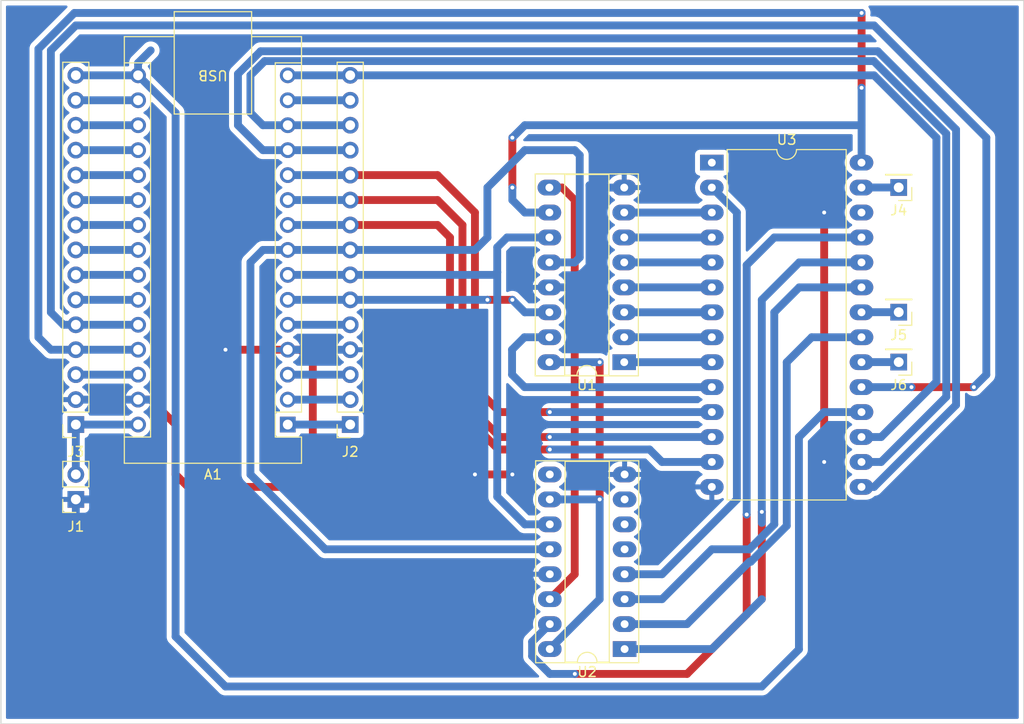
<source format=kicad_pcb>
(kicad_pcb (version 20211014) (generator pcbnew)
  (layers (0 "F.Cu" signal) (31 "B.Cu" signal) (34 "B.Paste" user) (35 "F.Paste" user) (36 "B.SilkS" user "B.Silkscreen") (37 "F.SilkS" user "F.Silkscreen") (38 "B.Mask" user) (39 "F.Mask" user) (44 "Edge.Cuts" user))
  (net 0 "")
  (net 1 "D1")
  (net 2 "D0")
  (net 3 "R3")
  (net 4 "GND")
  (net 5 "D2")
  (net 6 "D3")
  (net 7 "SRCLK")
  (net 8 "RCLK")
  (net 9 "E_D0")
  (net 10 "E_D1")
  (net 11 "E_D2")
  (net 12 "E_D3")
  (net 13 "E_D4")
  (net 14 "ARD_AUDIO_OUT")
  (net 15 "E_D5")
  (net 16 "E_D6")
  (net 17 "+3V3")
  (net 18 "AREF")
  (net 19 "A0")
  (net 20 "A1")
  (net 21 "A2")
  (net 22 "A3")
  (net 23 "~{WE}")
  (net 24 "~{OE}")
  (net 25 "~{CS}")
  (net 26 "E_D7")
  (net 27 "+5V")
  (net 28 "R28")
  (net 29 "VCC")
  (net 30 "E_A1")
  (net 31 "E_A2")
  (net 32 "E_A3")
  (net 33 "E_A4")
  (net 34 "E_A5")
  (net 35 "E_A6")
  (net 36 "E_A7")
  (net 37 "Net-(U1-Pad9)")
  (net 38 "E_A0")
  (net 39 "E_A9")
  (net 40 "E_A10")
  (net 41 "E_A11")
  (net 42 "E_A12")
  (net 47 "E_A8")
  (net 50 "Net-(U3-Pad27)")
  (net 51 "Net-(U3-Pad22)")
  (net 52 "Net-(U3-Pad20)")
  (footprint "Connector_PinHeader_2.54mm:PinHeader_1x01_P2.54mm_Vertical" (layer "F.Cu") (at 172.69 83.81 180)
    (fp_text reference "J5" (at 0 -2.33) (layer "F.SilkS"))
    (fp_text value "Conn_01x01_Female")
    (fp_line (start -1.33 1.27) (end 1.33 1.27) (layer "F.SilkS") (width 0.12))
    (fp_line (start 1.33 1.27) (end 1.33 1.33) (layer "F.SilkS") (width 0.12))
    (fp_line (start -1.33 1.27) (end -1.33 1.33) (layer "F.SilkS") (width 0.12))
    (fp_line (start -1.33 0) (end -1.33 -1.33) (layer "F.SilkS") (width 0.12))
    (fp_line (start -1.33 -1.33) (end 0 -1.33) (layer "F.SilkS") (width 0.12))
    (fp_line (start -1.33 1.33) (end 1.33 1.33) (layer "F.SilkS") (width 0.12))
    (pad "1" thru_hole rect (at 0 0 180) (size 1.7 1.7) (drill 1) (layers *.Cu *.Mask) (net 51 "Net-(U3-Pad22)"))
  )
  (footprint "Connector_PinHeader_2.54mm:PinHeader_1x01_P2.54mm_Vertical" (layer "F.Cu") (at 172.69 88.89 180)
    (fp_text reference "J6" (at 0 -2.33) (layer "F.SilkS"))
    (fp_text value "Conn_01x01_Female")
    (fp_line (start -1.33 1.27) (end 1.33 1.27) (layer "F.SilkS") (width 0.12))
    (fp_line (start -1.33 -1.33) (end 0 -1.33) (layer "F.SilkS") (width 0.12))
    (fp_line (start -1.33 1.33) (end 1.33 1.33) (layer "F.SilkS") (width 0.12))
    (fp_line (start 1.33 1.27) (end 1.33 1.33) (layer "F.SilkS") (width 0.12))
    (fp_line (start -1.33 1.27) (end -1.33 1.33) (layer "F.SilkS") (width 0.12))
    (fp_line (start -1.33 0) (end -1.33 -1.33) (layer "F.SilkS") (width 0.12))
    (pad "1" thru_hole rect (at 0 0 180) (size 1.7 1.7) (drill 1) (layers *.Cu *.Mask) (net 52 "Net-(U3-Pad20)"))
  )
  (footprint "Connector_PinSocket_2.54mm:PinSocket_1x15_P2.54mm_Vertical" (layer "F.Cu") (at 88.9 95.25 180)
    (fp_text reference "J3" (at 0 -2.77) (layer "F.SilkS"))
    (fp_text value "Conn_01x15_Female")
    (fp_line (start 1.33 -1.33) (end 1.33 0) (layer "F.SilkS") (width 0.12))
    (fp_line (start 1.33 1.27) (end 1.33 36.89) (layer "F.SilkS") (width 0.12))
    (fp_line (start 0 -1.33) (end 1.33 -1.33) (layer "F.SilkS") (width 0.12))
    (fp_line (start -1.33 36.89) (end 1.33 36.89) (layer "F.SilkS") (width 0.12))
    (fp_line (start -1.33 1.27) (end 1.33 1.27) (layer "F.SilkS") (width 0.12))
    (fp_line (start -1.33 1.27) (end -1.33 36.89) (layer "F.SilkS") (width 0.12))
    (pad "1" thru_hole rect (at 0 0 180) (size 1.7 1.7) (drill 1) (layers *.Cu *.Mask) (net 29 "VCC"))
    (pad "2" thru_hole oval (at 0 2.54 180) (size 1.7 1.7) (drill 1) (layers *.Cu *.Mask) (net 4 "GND"))
    (pad "3" thru_hole oval (at 0 5.08 180) (size 1.7 1.7) (drill 1) (layers *.Cu *.Mask) (net 28 "R28"))
    (pad "4" thru_hole oval (at 0 7.62 180) (size 1.7 1.7) (drill 1) (layers *.Cu *.Mask) (net 27 "+5V"))
    (pad "5" thru_hole oval (at 0 10.16 180) (size 1.7 1.7) (drill 1) (layers *.Cu *.Mask) (net 26 "E_D7"))
    (pad "6" thru_hole oval (at 0 12.7 180) (size 1.7 1.7) (drill 1) (layers *.Cu *.Mask) (net 25 "~{CS}"))
    (pad "7" thru_hole oval (at 0 15.24 180) (size 1.7 1.7) (drill 1) (layers *.Cu *.Mask) (net 24 "~{OE}"))
    (pad "8" thru_hole oval (at 0 17.78 180) (size 1.7 1.7) (drill 1) (layers *.Cu *.Mask) (net 23 "~{WE}"))
    (pad "9" thru_hole oval (at 0 20.32 180) (size 1.7 1.7) (drill 1) (layers *.Cu *.Mask) (net 22 "A3"))
    (pad "10" thru_hole oval (at 0 22.86 180) (size 1.7 1.7) (drill 1) (layers *.Cu *.Mask) (net 21 "A2"))
    (pad "11" thru_hole oval (at 0 25.4 180) (size 1.7 1.7) (drill 1) (layers *.Cu *.Mask) (net 20 "A1"))
    (pad "12" thru_hole oval (at 0 27.94 180) (size 1.7 1.7) (drill 1) (layers *.Cu *.Mask) (net 19 "A0"))
    (pad "13" thru_hole oval (at 0 30.48 180) (size 1.7 1.7) (drill 1) (layers *.Cu *.Mask) (net 18 "AREF"))
    (pad "14" thru_hole oval (at 0 33.02 180) (size 1.7 1.7) (drill 1) (layers *.Cu *.Mask) (net 17 "+3V3"))
    (pad "15" thru_hole oval (at 0 35.56 180) (size 1.7 1.7) (drill 1) (layers *.Cu *.Mask) (net 16 "E_D6"))
  )
  (footprint "Connector_PinHeader_2.54mm:PinHeader_1x01_P2.54mm_Vertical" (layer "F.Cu") (at 172.69 71.11 180)
    (fp_text reference "J4" (at 0 -2.33) (layer "F.SilkS"))
    (fp_text value "Conn_01x01_Female")
    (fp_line (start -1.33 1.33) (end 1.33 1.33) (layer "F.SilkS") (width 0.12))
    (fp_line (start -1.33 -1.33) (end 0 -1.33) (layer "F.SilkS") (width 0.12))
    (fp_line (start -1.33 1.27) (end 1.33 1.27) (layer "F.SilkS") (width 0.12))
    (fp_line (start 1.33 1.27) (end 1.33 1.33) (layer "F.SilkS") (width 0.12))
    (fp_line (start -1.33 1.27) (end -1.33 1.33) (layer "F.SilkS") (width 0.12))
    (fp_line (start -1.33 0) (end -1.33 -1.33) (layer "F.SilkS") (width 0.12))
    (pad "1" thru_hole rect (at 0 0 180) (size 1.7 1.7) (drill 1) (layers *.Cu *.Mask) (net 50 "Net-(U3-Pad27)"))
  )
  (footprint "Module:Arduino_Nano" (layer "F.Cu") (at 110.48 95.25 180)
    (fp_text reference "A1" (at 7.62 -5.08) (layer "F.SilkS"))
    (fp_text value "Arduino_Nano_v3.x")
    (fp_text user "USB" (at 7.62 35.56 180 unlocked) (layer "F.SilkS"))
    (fp_line (start -1.4 1.27) (end -1.4 39.5) (layer "F.SilkS") (width 0.12))
    (fp_line (start 1.27 -1.27) (end -1.4 -1.27) (layer "F.SilkS") (width 0.12))
    (fp_line (start 1.27 1.27) (end 1.27 -1.27) (layer "F.SilkS") (width 0.12))
    (fp_line (start 13.97 36.83) (end 16.64 36.83) (layer "F.SilkS") (width 0.12))
    (fp_line (start 16.64 39.5) (end 16.64 -3.94) (layer "F.SilkS") (width 0.12))
    (fp_line (start 16.64 -3.94) (end -1.4 -3.94) (layer "F.SilkS") (width 0.12))
    (fp_line (start 1.27 1.27) (end 1.27 36.83) (layer "F.SilkS") (width 0.12))
    (fp_line (start -1.4 -3.94) (end -1.4 -1.27) (layer "F.SilkS") (width 0.12))
    (fp_line (start 13.97 -1.27) (end 16.64 -1.27) (layer "F.SilkS") (width 0.12))
    (fp_line (start -1.4 39.5) (end 3.68 39.5) (layer "F.SilkS") (width 0.12))
    (fp_line (start 11.56 31.62) (end 11.56 42.04) (layer "F.SilkS") (width 0.12))
    (fp_line (start 3.68 42.04) (end 3.68 31.62) (layer "F.SilkS") (width 0.12))
    (fp_line (start 13.97 -1.27) (end 13.97 36.83) (layer "F.SilkS") (width 0.12))
    (fp_line (start 3.68 31.62) (end 11.56 31.62) (layer "F.SilkS") (width 0.12))
    (fp_line (start 1.27 36.83) (end -1.4 36.83) (layer "F.SilkS") (width 0.12))
    (fp_line (start 16.64 39.5) (end 11.56 39.5) (layer "F.SilkS") (width 0.12))
    (fp_line (start 1.27 1.27) (end -1.4 1.27) (layer "F.SilkS") (width 0.12))
    (fp_line (start 11.56 42.04) (end 3.68 42.04) (layer "F.SilkS") (width 0.12))
    (pad "1" thru_hole rect (at 0 0 180) (size 1.6 1.6) (drill 1) (layers *.Cu *.Mask) (net 1 "D1"))
    (pad "2" thru_hole oval (at 0 2.54 180) (size 1.6 1.6) (drill 1) (layers *.Cu *.Mask) (net 2 "D0"))
    (pad "3" thru_hole oval (at 0 5.08 180) (size 1.6 1.6) (drill 1) (layers *.Cu *.Mask) (net 3 "R3"))
    (pad "4" thru_hole oval (at 0 7.62 180) (size 1.6 1.6) (drill 1) (layers *.Cu *.Mask) (net 4 "GND"))
    (pad "5" thru_hole oval (at 0 10.16 180) (size 1.6 1.6) (drill 1) (layers *.Cu *.Mask) (net 5 "D2"))
    (pad "6" thru_hole oval (at 0 12.7 180) (size 1.6 1.6) (drill 1) (layers *.Cu *.Mask) (net 6 "D3"))
    (pad "7" thru_hole oval (at 0 15.24 180) (size 1.6 1.6) (drill 1) (layers *.Cu *.Mask) (net 7 "SRCLK"))
    (pad "8" thru_hole oval (at 0 17.78 180) (size 1.6 1.6) (drill 1) (layers *.Cu *.Mask) (net 8 "RCLK"))
    (pad "9" thru_hole oval (at 0 20.32 180) (size 1.6 1.6) (drill 1) (layers *.Cu *.Mask) (net 11 "E_D2"))
    (pad "10" thru_hole oval (at 0 22.86 180) (size 1.6 1.6) (drill 1) (layers *.Cu *.Mask) (net 10 "E_D1"))
    (pad "11" thru_hole oval (at 0 25.4 180) (size 1.6 1.6) (drill 1) (layers *.Cu *.Mask) (net 9 "E_D0"))
    (pad "12" thru_hole oval (at 0 27.94 180) (size 1.6 1.6) (drill 1) (layers *.Cu *.Mask) (net 12 "E_D3"))
    (pad "13" thru_hole oval (at 0 30.48 180) (size 1.6 1.6) (drill 1) (layers *.Cu *.Mask) (net 13 "E_D4"))
    (pad "14" thru_hole oval (at 0 33.02 180) (size 1.6 1.6) (drill 1) (layers *.Cu *.Mask) (net 14 "ARD_AUDIO_OUT"))
    (pad "15" thru_hole oval (at 0 35.56 180) (size 1.6 1.6) (drill 1) (layers *.Cu *.Mask) (net 15 "E_D5"))
    (pad "16" thru_hole oval (at 15.24 35.56 180) (size 1.6 1.6) (drill 1) (layers *.Cu *.Mask) (net 16 "E_D6"))
    (pad "17" thru_hole oval (at 15.24 33.02 180) (size 1.6 1.6) (drill 1) (layers *.Cu *.Mask) (net 17 "+3V3"))
    (pad "18" thru_hole oval (at 15.24 30.48 180) (size 1.6 1.6) (drill 1) (layers *.Cu *.Mask) (net 18 "AREF"))
    (pad "19" thru_hole oval (at 15.24 27.94 180) (size 1.6 1.6) (drill 1) (layers *.Cu *.Mask) (net 19 "A0"))
    (pad "20" thru_hole oval (at 15.24 25.4 180) (size 1.6 1.6) (drill 1) (layers *.Cu *.Mask) (net 20 "A1"))
    (pad "21" thru_hole oval (at 15.24 22.86 180) (size 1.6 1.6) (drill 1) (layers *.Cu *.Mask) (net 21 "A2"))
    (pad "22" thru_hole oval (at 15.24 20.32 180) (size 1.6 1.6) (drill 1) (layers *.Cu *.Mask) (net 22 "A3"))
    (pad "23" thru_hole oval (at 15.24 17.78 180) (size 1.6 1.6) (drill 1) (layers *.Cu *.Mask) (net 23 "~{WE}"))
    (pad "24" thru_hole oval (at 15.24 15.24 180) (size 1.6 1.6) (drill 1) (layers *.Cu *.Mask) (net 24 "~{OE}"))
    (pad "25" thru_hole oval (at 15.24 12.7 180) (size 1.6 1.6) (drill 1) (layers *.Cu *.Mask) (net 25 "~{CS}"))
    (pad "26" thru_hole oval (at 15.24 10.16 180) (size 1.6 1.6) (drill 1) (layers *.Cu *.Mask) (net 26 "E_D7"))
    (pad "27" thru_hole oval (at 15.24 7.62 180) (size 1.6 1.6) (drill 1) (layers *.Cu *.Mask) (net 27 "+5V"))
    (pad "28" thru_hole oval (at 15.24 5.08 180) (size 1.6 1.6) (drill 1) (layers *.Cu *.Mask) (net 28 "R28"))
    (pad "29" thru_hole oval (at 15.24 2.54 180) (size 1.6 1.6) (drill 1) (layers *.Cu *.Mask) (net 4 "GND"))
    (pad "30" thru_hole oval (at 15.24 0 180) (size 1.6 1.6) (drill 1) (layers *.Cu *.Mask) (net 29 "VCC"))
  )
  (footprint "Package_DIP:DIP-16_W7.62mm_Socket_LongPads" (layer "F.Cu") (at 144.78 118.11 180)
    (fp_text reference "U2" (at 3.81 -2.33) (layer "F.SilkS"))
    (fp_text value "74HC595")
    (fp_line (start -1.44 -1.39) (end -1.44 19.17) (layer "F.SilkS") (width 0.12))
    (fp_line (start 1.56 -1.33) (end 1.56 19.11) (layer "F.SilkS") (width 0.12))
    (fp_line (start 2.81 -1.33) (end 1.56 -1.33) (layer "F.SilkS") (width 0.12))
    (fp_line (start 1.56 19.11) (end 6.06 19.11) (layer "F.SilkS") (width 0.12))
    (fp_line (start -1.44 19.17) (end 9.06 19.17) (layer "F.SilkS") (width 0.12))
    (fp_line (start 6.06 -1.33) (end 4.81 -1.33) (layer "F.SilkS") (width 0.12))
    (fp_line (start 9.06 -1.39) (end -1.44 -1.39) (layer "F.SilkS") (width 0.12))
    (fp_line (start 6.06 19.11) (end 6.06 -1.33) (layer "F.SilkS") (width 0.12))
    (fp_line (start 9.06 19.17) (end 9.06 -1.39) (layer "F.SilkS") (width 0.12))
    (fp_arc (start 4.81 -1.33) (mid 3.81 -0.33) (end 2.81 -1.33) (layer "F.SilkS") (width 0.12))
    (pad "1" thru_hole rect (at 0 0 180) (size 2.4 1.6) (drill 0.8) (layers *.Cu *.Mask) (net 39 "E_A9"))
    (pad "2" thru_hole oval (at 0 2.54 180) (size 2.4 1.6) (drill 0.8) (layers *.Cu *.Mask) (net 40 "E_A10"))
    (pad "3" thru_hole oval (at 0 5.08 180) (size 2.4 1.6) (drill 0.8) (layers *.Cu *.Mask) (net 41 "E_A11"))
    (pad "4" thru_hole oval (at 0 7.62 180) (size 2.4 1.6) (drill 0.8) (layers *.Cu *.Mask) (net 42 "E_A12"))
    (pad "5" thru_hole oval (at 0 10.16 180) (size 2.4 1.6) (drill 0.8) (layers *.Cu *.Mask))
    (pad "6" thru_hole oval (at 0 12.7 180) (size 2.4 1.6) (drill 0.8) (layers *.Cu *.Mask))
    (pad "7" thru_hole oval (at 0 15.24 180) (size 2.4 1.6) (drill 0.8) (layers *.Cu *.Mask))
    (pad "8" thru_hole oval (at 0 17.78 180) (size 2.4 1.6) (drill 0.8) (layers *.Cu *.Mask) (net 4 "GND"))
    (pad "9" thru_hole oval (at 7.62 17.78 180) (size 2.4 1.6) (drill 0.8) (layers *.Cu *.Mask))
    (pad "10" thru_hole oval (at 7.62 15.24 180) (size 2.4 1.6) (drill 0.8) (layers *.Cu *.Mask) (net 27 "+5V"))
    (pad "11" thru_hole oval (at 7.62 12.7 180) (size 2.4 1.6) (drill 0.8) (layers *.Cu *.Mask) (net 7 "SRCLK"))
    (pad "12" thru_hole oval (at 7.62 10.16 180) (size 2.4 1.6) (drill 0.8) (layers *.Cu *.Mask) (net 8 "RCLK"))
    (pad "13" thru_hole oval (at 7.62 7.62 180) (size 2.4 1.6) (drill 0.8) (layers *.Cu *.Mask) (net 4 "GND"))
    (pad "14" thru_hole oval (at 7.62 5.08 180) (size 2.4 1.6) (drill 0.8) (layers *.Cu *.Mask) (net 37 "Net-(U1-Pad9)"))
    (pad "15" thru_hole oval (at 7.62 2.54 180) (size 2.4 1.6) (drill 0.8) (layers *.Cu *.Mask) (net 47 "E_A8"))
    (pad "16" thru_hole oval (at 7.62 0 180) (size 2.4 1.6) (drill 0.8) (layers *.Cu *.Mask) (net 27 "+5V"))
  )
  (footprint "Connector_PinSocket_2.54mm:PinSocket_1x15_P2.54mm_Vertical" (layer "F.Cu") (at 116.84 95.25 180)
    (fp_text reference "J2" (at 0 -2.77) (layer "F.SilkS"))
    (fp_text value "Conn_01x15_Female")
    (fp_line (start 1.33 -1.33) (end 1.33 0) (layer "F.SilkS") (width 0.12))
    (fp_line (start -1.33 1.27) (end 1.33 1.27) (layer "F.SilkS") (width 0.12))
    (fp_line (start -1.33 36.89) (end 1.33 36.89) (layer "F.SilkS") (width 0.12))
    (fp_line (start 0 -1.33) (end 1.33 -1.33) (layer "F.SilkS") (width 0.12))
    (fp_line (start 1.33 1.27) (end 1.33 36.89) (layer "F.SilkS") (width 0.12))
    (fp_line (start -1.33 1.27) (end -1.33 36.89) (layer "F.SilkS") (width 0.12))
    (pad "1" thru_hole rect (at 0 0 180) (size 1.7 1.7) (drill 1) (layers *.Cu *.Mask) (net 1 "D1"))
    (pad "2" thru_hole oval (at 0 2.54 180) (size 1.7 1.7) (drill 1) (layers *.Cu *.Mask) (net 2 "D0"))
    (pad "3" thru_hole oval (at 0 5.08 180) (size 1.7 1.7) (drill 1) (layers *.Cu *.Mask) (net 3 "R3"))
    (pad "4" thru_hole oval (at 0 7.62 180) (size 1.7 1.7) (drill 1) (layers *.Cu *.Mask) (net 4 "GND"))
    (pad "5" thru_hole oval (at 0 10.16 180) (size 1.7 1.7) (drill 1) (layers *.Cu *.Mask) (net 5 "D2"))
    (pad "6" thru_hole oval (at 0 12.7 180) (size 1.7 1.7) (drill 1) (layers *.Cu *.Mask) (net 6 "D3"))
    (pad "7" thru_hole oval (at 0 15.24 180) (size 1.7 1.7) (drill 1) (layers *.Cu *.Mask) (net 7 "SRCLK"))
    (pad "8" thru_hole oval (at 0 17.78 180) (size 1.7 1.7) (drill 1) (layers *.Cu *.Mask) (net 8 "RCLK"))
    (pad "9" thru_hole oval (at 0 20.32 180) (size 1.7 1.7) (drill 1) (layers *.Cu *.Mask) (net 11 "E_D2"))
    (pad "10" thru_hole oval (at 0 22.86 180) (size 1.7 1.7) (drill 1) (layers *.Cu *.Mask) (net 10 "E_D1"))
    (pad "11" thru_hole oval (at 0 25.4 180) (size 1.7 1.7) (drill 1) (layers *.Cu *.Mask) (net 9 "E_D0"))
    (pad "12" thru_hole oval (at 0 27.94 180) (size 1.7 1.7) (drill 1) (layers *.Cu *.Mask) (net 12 "E_D3"))
    (pad "13" thru_hole oval (at 0 30.48 180) (size 1.7 1.7) (drill 1) (layers *.Cu *.Mask) (net 13 "E_D4"))
    (pad "14" thru_hole oval (at 0 33.02 180) (size 1.7 1.7) (drill 1) (layers *.Cu *.Mask) (net 14 "ARD_AUDIO_OUT"))
    (pad "15" thru_hole oval (at 0 35.56 180) (size 1.7 1.7) (drill 1) (layers *.Cu *.Mask) (net 15 "E_D5"))
  )
  (footprint "Connector_PinSocket_2.54mm:PinSocket_1x02_P2.54mm_Vertical" (layer "F.Cu") (at 88.9 102.87 180)
    (fp_text reference "J1" (at 0 -2.77) (layer "F.SilkS"))
    (fp_text value "Conn_01x02_Female" hide)
    (fp_line (start -1.33 3.87) (end 1.33 3.87) (layer "F.SilkS") (width 0.12))
    (fp_line (start 1.33 1.27) (end 1.33 3.87) (layer "F.SilkS") (width 0.12))
    (fp_line (start 0 -1.33) (end 1.33 -1.33) (layer "F.SilkS") (width 0.12))
    (fp_line (start -1.33 1.27) (end 1.33 1.27) (layer "F.SilkS") (width 0.12))
    (fp_line (start 1.33 -1.33) (end 1.33 0) (layer "F.SilkS") (width 0.12))
    (fp_line (start -1.33 1.27) (end -1.33 3.87) (layer "F.SilkS") (width 0.12))
    (pad "1" thru_hole rect (at 0 0 180) (size 1.7 1.7) (drill 1) (layers *.Cu *.Mask) (net 4 "GND"))
    (pad "2" thru_hole oval (at 0 2.54 180) (size 1.7 1.7) (drill 1) (layers *.Cu *.Mask) (net 29 "VCC"))
  )
  (footprint "Package_DIP:DIP-16_W7.62mm_Socket_LongPads" (layer "F.Cu") (at 144.74 88.9 180)
    (fp_text reference "U1" (at 3.81 -2.33) (layer "F.SilkS"))
    (fp_text value "74HC595")
    (fp_line (start -1.44 19.17) (end 9.06 19.17) (layer "F.SilkS") (width 0.12))
    (fp_line (start -1.44 -1.39) (end -1.44 19.17) (layer "F.SilkS") (width 0.12))
    (fp_line (start 9.06 19.17) (end 9.06 -1.39) (layer "F.SilkS") (width 0.12))
    (fp_line (start 9.06 -1.39) (end -1.44 -1.39) (layer "F.SilkS") (width 0.12))
    (fp_line (start 2.81 -1.33) (end 1.56 -1.33) (layer "F.SilkS") (width 0.12))
    (fp_line (start 6.06 19.11) (end 6.06 -1.33) (layer "F.SilkS") (width 0.12))
    (fp_line (start 6.06 -1.33) (end 4.81 -1.33) (layer "F.SilkS") (width 0.12))
    (fp_line (start 1.56 19.11) (end 6.06 19.11) (layer "F.SilkS") (width 0.12))
    (fp_line (start 1.56 -1.33) (end 1.56 19.11) (layer "F.SilkS") (width 0.12))
    (fp_arc (start 4.81 -1.33) (mid 3.81 -0.33) (end 2.81 -1.33) (layer "F.SilkS") (width 0.12))
    (pad "1" thru_hole rect (at 0 0 180) (size 2.4 1.6) (drill 0.8) (layers *.Cu *.Mask) (net 30 "E_A1"))
    (pad "2" thru_hole oval (at 0 2.54 180) (size 2.4 1.6) (drill 0.8) (layers *.Cu *.Mask) (net 31 "E_A2"))
    (pad "3" thru_hole oval (at 0 5.08 180) (size 2.4 1.6) (drill 0.8) (layers *.Cu *.Mask) (net 32 "E_A3"))
    (pad "4" thru_hole oval (at 0 7.62 180) (size 2.4 1.6) (drill 0.8) (layers *.Cu *.Mask) (net 33 "E_A4"))
    (pad "5" thru_hole oval (at 0 10.16 180) (size 2.4 1.6) (drill 0.8) (layers *.Cu *.Mask) (net 34 "E_A5"))
    (pad "6" thru_hole oval (at 0 12.7 180) (size 2.4 1.6) (drill 0.8) (layers *.Cu *.Mask) (net 35 "E_A6"))
    (pad "7" thru_hole oval (at 0 15.24 180) (size 2.4 1.6) (drill 0.8) (layers *.Cu *.Mask) (net 36 "E_A7"))
    (pad "8" thru_hole oval (at 0 17.78 180) (size 2.4 1.6) (drill 0.8) (layers *.Cu *.Mask) (net 4 "GND"))
    (pad "9" thru_hole oval (at 7.62 17.78 180) (size 2.4 1.6) (drill 0.8) (layers *.Cu *.Mask) (net 37 "Net-(U1-Pad9)"))
    (pad "10" thru_hole oval (at 7.62 15.24 180) (size 2.4 1.6) (drill 0.8) (layers *.Cu *.Mask) (net 27 "+5V"))
    (pad "11" thru_hole oval (at 7.62 12.7 180) (size 2.4 1.6) (drill 0.8) (layers *.Cu *.Mask) (net 7 "SRCLK"))
    (pad "12" thru_hole oval (at 7.62 10.16 180) (size 2.4 1.6) (drill 0.8) (layers *.Cu *.Mask) (net 8 "RCLK"))
    (pad "13" thru_hole oval (at 7.62 7.62 180) (size 2.4 1.6) (drill 0.8) (layers *.Cu *.Mask) (net 4 "GND"))
    (pad "14" thru_hole oval (at 7.62 5.08 180) (size 2.4 1.6) (drill 0.8) (layers *.Cu *.Mask) (net 6 "D3"))
    (pad "15" thru_hole oval (at 7.62 2.54 180) (size 2.4 1.6) (drill 0.8) (layers *.Cu *.Mask) (net 38 "E_A0"))
    (pad "16" thru_hole oval (at 7.62 0 180) (size 2.4 1.6) (drill 0.8) (layers *.Cu *.Mask) (net 27 "+5V"))
  )
  (footprint "Package_DIP:DIP-28_W15.24mm_LongPads" (layer "F.Cu") (at 153.66 68.58)
    (fp_text reference "U3" (at 7.62 -2.33) (layer "F.SilkS"))
    (fp_text value "28C64")
    (fp_line (start 6.62 -1.33) (end 1.56 -1.33) (layer "F.SilkS") (width 0.12))
    (fp_line (start 13.68 -1.33) (end 8.62 -1.33) (layer "F.SilkS") (width 0.12))
    (fp_line (start 1.56 -1.33) (end 1.56 34.35) (layer "F.SilkS") (width 0.12))
    (fp_line (start 1.56 34.35) (end 13.68 34.35) (layer "F.SilkS") (width 0.12))
    (fp_line (start 13.68 34.35) (end 13.68 -1.33) (layer "F.SilkS") (width 0.12))
    (fp_arc (start 8.62 -1.33) (mid 7.62 -0.33) (end 6.62 -1.33) (layer "F.SilkS") (width 0.12))
    (pad "1" thru_hole rect (at 0 0) (size 2.4 1.6) (drill 0.8) (layers *.Cu *.Mask))
    (pad "2" thru_hole oval (at 0 2.54) (size 2.4 1.6) (drill 0.8) (layers *.Cu *.Mask) (net 42 "E_A12"))
    (pad "3" thru_hole oval (at 0 5.08) (size 2.4 1.6) (drill 0.8) (layers *.Cu *.Mask) (net 36 "E_A7"))
    (pad "4" thru_hole oval (at 0 7.62) (size 2.4 1.6) (drill 0.8) (layers *.Cu *.Mask) (net 35 "E_A6"))
    (pad "5" thru_hole oval (at 0 10.16) (size 2.4 1.6) (drill 0.8) (layers *.Cu *.Mask) (net 34 "E_A5"))
    (pad "6" thru_hole oval (at 0 12.7) (size 2.4 1.6) (drill 0.8) (layers *.Cu *.Mask) (net 33 "E_A4"))
    (pad "7" thru_hole oval (at 0 15.24) (size 2.4 1.6) (drill 0.8) (layers *.Cu *.Mask) (net 32 "E_A3"))
    (pad "8" thru_hole oval (at 0 17.78) (size 2.4 1.6) (drill 0.8) (layers *.Cu *.Mask) (net 31 "E_A2"))
    (pad "9" thru_hole oval (at 0 20.32) (size 2.4 1.6) (drill 0.8) (layers *.Cu *.Mask) (net 30 "E_A1"))
    (pad "10" thru_hole oval (at 0 22.86) (size 2.4 1.6) (drill 0.8) (layers *.Cu *.Mask) (net 38 "E_A0"))
    (pad "11" thru_hole oval (at 0 25.4) (size 2.4 1.6) (drill 0.8) (layers *.Cu *.Mask) (net 9 "E_D0"))
    (pad "12" thru_hole oval (at 0 27.94) (size 2.4 1.6) (drill 0.8) (layers *.Cu *.Mask) (net 10 "E_D1"))
    (pad "13" thru_hole oval (at 0 30.48) (size 2.4 1.6) (drill 0.8) (layers *.Cu *.Mask) (net 11 "E_D2"))
    (pad "14" thru_hole oval (at 0 33.02) (size 2.4 1.6) (drill 0.8) (layers *.Cu *.Mask) (net 4 "GND"))
    (pad "15" thru_hole oval (at 15.24 33.02) (size 2.4 1.6) (drill 0.8) (layers *.Cu *.Mask) (net 12 "E_D3"))
    (pad "16" thru_hole oval (at 15.24 30.48) (size 2.4 1.6) (drill 0.8) (layers *.Cu *.Mask) (net 13 "E_D4"))
    (pad "17" thru_hole oval (at 15.24 27.94) (size 2.4 1.6) (drill 0.8) (layers *.Cu *.Mask) (net 15 "E_D5"))
    (pad "18" thru_hole oval (at 15.24 25.4) (size 2.4 1.6) (drill 0.8) (layers *.Cu *.Mask) (net 16 "E_D6"))
    (pad "19" thru_hole oval (at 15.24 22.86) (size 2.4 1.6) (drill 0.8) (layers *.Cu *.Mask) (net 26 "E_D7"))
    (pad "20" thru_hole oval (at 15.24 20.32) (size 2.4 1.6) (drill 0.8) (layers *.Cu *.Mask) (net 52 "Net-(U3-Pad20)"))
    (pad "21" thru_hole oval (at 15.24 17.78) (size 2.4 1.6) (drill 0.8) (layers *.Cu *.Mask) (net 40 "E_A10"))
    (pad "22" thru_hole oval (at 15.24 15.24) (size 2.4 1.6) (drill 0.8) (layers *.Cu *.Mask) (net 51 "Net-(U3-Pad22)"))
    (pad "23" thru_hole oval (at 15.24 12.7) (size 2.4 1.6) (drill 0.8) (layers *.Cu *.Mask) (net 41 "E_A11"))
    (pad "24" thru_hole oval (at 15.24 10.16) (size 2.4 1.6) (drill 0.8) (layers *.Cu *.Mask) (net 39 "E_A9"))
    (pad "25" thru_hole oval (at 15.24 7.62) (size 2.4 1.6) (drill 0.8) (layers *.Cu *.Mask) (net 47 "E_A8"))
    (pad "26" thru_hole oval (at 15.24 5.08) (size 2.4 1.6) (drill 0.8) (layers *.Cu *.Mask))
    (pad "27" thru_hole oval (at 15.24 2.54) (size 2.4 1.6) (drill 0.8) (layers *.Cu *.Mask) (net 50 "Net-(U3-Pad27)"))
    (pad "28" thru_hole oval (at 15.24 0) (size 2.4 1.6) (drill 0.8) (layers *.Cu *.Mask) (net 27 "+5V"))
  )
  (gr_rect (start 81.28 52.07) (end 185.42 125.73) (layer "Edge.Cuts") (width 0.1) (fill none))
  (segment (start 110.48 95.25) (end 116.84 95.25) (width 0.8) (layer "B.Cu") (net 1))
  (segment (start 110.48 92.71) (end 116.84 92.71) (width 0.8) (layer "B.Cu") (net 2))
  (segment (start 110.48 90.17) (end 116.84 90.17) (width 0.8) (layer "B.Cu") (net 3))
  (segment (start 95.24 92.71) (end 96.52 92.71) (width 0.8) (layer "F.Cu") (net 4))
  (segment (start 129.54 100.33) (end 133.35 100.33) (width 0.8) (layer "F.Cu") (net 4))
  (segment (start 111.76 87.63) (end 110.48 87.63) (width 0.8) (layer "F.Cu") (net 4))
  (segment (start 99.06 95.25) (end 99.06 100.33) (width 0.8) (layer "F.Cu") (net 4))
  (segment (start 165.1 73.66) (end 165.1 99.06) (width 0.8) (layer "F.Cu") (net 4))
  (segment (start 100.33 101.6) (end 104.14 101.6) (width 0.8) (layer "F.Cu") (net 4))
  (segment (start 104.14 101.6) (end 110.49 101.6) (width 0.8) (layer "F.Cu") (net 4))
  (segment (start 113.03 99.06) (end 113.03 88.9) (width 0.8) (layer "F.Cu") (net 4))
  (segment (start 110.49 101.6) (end 113.03 99.06) (width 0.8) (layer "F.Cu") (net 4))
  (segment (start 96.52 92.71) (end 99.06 95.25) (width 0.8) (layer "F.Cu") (net 4))
  (segment (start 99.06 100.33) (end 100.33 101.6) (width 0.8) (layer "F.Cu") (net 4))
  (segment (start 110.48 87.63) (end 104.14 87.63) (width 0.8) (layer "F.Cu") (net 4))
  (segment (start 113.03 88.9) (end 111.76 87.63) (width 0.8) (layer "F.Cu") (net 4))
  (via (at 129.54 100.33) (size 0.8) (drill 0.4) (layers "F.Cu" "B.Cu") (net 4))
  (via (at 165.1 99.06) (size 0.8) (drill 0.4) (layers "F.Cu" "B.Cu") (net 4))
  (via (at 104.14 87.63) (size 0.8) (drill 0.4) (layers "F.Cu" "B.Cu") (net 4))
  (via (at 133.35 100.33) (size 0.8) (drill 0.4) (layers "F.Cu" "B.Cu") (net 4))
  (via (at 165.1 73.66) (size 0.8) (drill 0.4) (layers "F.Cu" "B.Cu") (net 4))
  (segment (start 88.9 92.71) (end 95.24 92.71) (width 0.8) (layer "B.Cu") (net 4))
  (segment (start 139.66 81.28) (end 137.12 81.28) (width 0.8) (layer "B.Cu") (net 4))
  (segment (start 141.449998 71.12) (end 141.209999 70.880001) (width 0.8) (layer "B.Cu") (net 4))
  (segment (start 141.21 79.73) (end 139.66 81.28) (width 0.8) (layer "B.Cu") (net 4))
  (segment (start 88.9 102.87) (end 88.9 104.14) (width 0.8) (layer "B.Cu") (net 4))
  (segment (start 95.24 92.71) (end 96.52 92.71) (width 0.8) (layer "B.Cu") (net 4))
  (segment (start 144.74 71.12) (end 141.449998 71.12) (width 0.8) (layer "B.Cu") (net 4))
  (segment (start 141.209999 70.880001) (end 141.21 79.73) (width 0.8) (layer "B.Cu") (net 4))
  (segment (start 93.98 102.87) (end 88.9 102.87) (width 0.8) (layer "B.Cu") (net 4))
  (segment (start 110.48 87.63) (end 116.84 87.63) (width 0.8) (layer "B.Cu") (net 4))
  (segment (start 97.79 93.98) (end 97.79 99.06) (width 0.8) (layer "B.Cu") (net 4))
  (segment (start 97.79 99.06) (end 93.98 102.87) (width 0.8) (layer "B.Cu") (net 4))
  (segment (start 96.52 92.71) (end 97.79 93.98) (width 0.8) (layer "B.Cu") (net 4))
  (segment (start 110.48 85.09) (end 116.84 85.09) (width 0.8) (layer "B.Cu") (net 5))
  (segment (start 130.81 82.55) (end 133.35 82.55) (width 0.8) (layer "F.Cu") (net 6))
  (via (at 133.35 82.55) (size 0.8) (drill 0.4) (layers "F.Cu" "B.Cu") (net 6))
  (via (at 130.81 82.55) (size 0.8) (drill 0.4) (layers "F.Cu" "B.Cu") (net 6))
  (segment (start 134.62 83.82) (end 137.12 83.82) (width 0.8) (layer "B.Cu") (net 6))
  (segment (start 110.48 82.55) (end 116.84 82.55) (width 0.8) (layer "B.Cu") (net 6))
  (segment (start 116.84 82.55) (end 130.81 82.55) (width 0.8) (layer "B.Cu") (net 6))
  (segment (start 133.35 82.55) (end 134.62 83.82) (width 0.8) (layer "B.Cu") (net 6))
  (segment (start 131.81 79.74) (end 131.81 102.6) (width 0.8) (layer "B.Cu") (net 7))
  (segment (start 131.54 80.01) (end 131.81 79.74) (width 0.8) (layer "B.Cu") (net 7))
  (segment (start 137.12 76.2) (end 132.81 76.2) (width 0.8) (layer "B.Cu") (net 7))
  (segment (start 110.48 80.01) (end 116.84 80.01) (width 0.8) (layer "B.Cu") (net 7))
  (segment (start 137.16 105.41) (end 134.62 105.41) (width 0.8) (layer "B.Cu") (net 7))
  (segment (start 134.62 105.41) (end 132.08 102.87) (width 0.8) (layer "B.Cu") (net 7))
  (segment (start 131.81 102.6) (end 134.62 105.41) (width 0.8) (layer "B.Cu") (net 7))
  (segment (start 131.81 77.2) (end 131.81 79.74) (width 0.8) (layer "B.Cu") (net 7))
  (segment (start 132.81 76.2) (end 131.81 77.2) (width 0.8) (layer "B.Cu") (net 7))
  (segment (start 116.84 80.01) (end 131.54 80.01) (width 0.8) (layer "B.Cu") (net 7))
  (segment (start 140.21 78.23) (end 140.21 67.82) (width 0.8) (layer "B.Cu") (net 8))
  (segment (start 134.62 67.31) (end 130.81 71.12) (width 0.8) (layer "B.Cu") (net 8))
  (segment (start 116.84 77.47) (end 129.54 77.47) (width 0.8) (layer "B.Cu") (net 8))
  (segment (start 110.48 77.47) (end 116.84 77.47) (width 0.8) (layer "B.Cu") (net 8))
  (segment (start 139.7 67.31) (end 134.62 67.31) (width 0.8) (layer "B.Cu") (net 8))
  (segment (start 137.16 107.95) (end 114.3 107.95) (width 0.8) (layer "B.Cu") (net 8))
  (segment (start 130.81 71.12) (end 130.81 76.2) (width 0.8) (layer "B.Cu") (net 8))
  (segment (start 107.95 77.47) (end 110.48 77.47) (width 0.8) (layer "B.Cu") (net 8))
  (segment (start 137.12 78.74) (end 139.7 78.74) (width 0.8) (layer "B.Cu") (net 8))
  (segment (start 106.68 100.33) (end 106.68 78.74) (width 0.8) (layer "B.Cu") (net 8))
  (segment (start 129.54 77.47) (end 130.81 76.2) (width 0.8) (layer "B.Cu") (net 8))
  (segment (start 140.21 67.82) (end 139.7 67.31) (width 0.8) (layer "B.Cu") (net 8))
  (segment (start 106.68 78.74) (end 107.95 77.47) (width 0.8) (layer "B.Cu") (net 8))
  (segment (start 114.3 107.95) (end 106.68 100.33) (width 0.8) (layer "B.Cu") (net 8))
  (segment (start 139.7 78.74) (end 140.21 78.23) (width 0.8) (layer "B.Cu") (net 8))
  (segment (start 125.73 69.85) (end 116.84 69.85) (width 0.8) (layer "F.Cu") (net 9))
  (segment (start 129.54 73.66) (end 125.73 69.85) (width 0.8) (layer "F.Cu") (net 9))
  (segment (start 137.16 93.98) (end 132.08 93.98) (width 0.8) (layer "F.Cu") (net 9))
  (segment (start 129.54 91.44) (end 129.54 73.66) (width 0.8) (layer "F.Cu") (net 9))
  (segment (start 132.08 93.98) (end 129.54 91.44) (width 0.8) (layer "F.Cu") (net 9))
  (via (at 137.16 93.98) (size 0.8) (drill 0.4) (layers "F.Cu" "B.Cu") (net 9))
  (segment (start 153.66 93.98) (end 137.16 93.98) (width 0.8) (layer "B.Cu") (net 9))
  (segment (start 110.48 69.85) (end 116.84 69.85) (width 0.8) (layer "B.Cu") (net 9))
  (segment (start 116.84 72.39) (end 125.73 72.39) (width 0.8) (layer "F.Cu") (net 10))
  (segment (start 128.27 92.71) (end 132.08 96.52) (width 0.8) (layer "F.Cu") (net 10))
  (segment (start 125.73 72.39) (end 128.27 74.93) (width 0.8) (layer "F.Cu") (net 10))
  (segment (start 128.27 74.93) (end 128.27 92.71) (width 0.8) (layer "F.Cu") (net 10))
  (segment (start 132.08 96.52) (end 137.16 96.52) (width 0.8) (layer "F.Cu") (net 10))
  (via (at 137.16 96.52) (size 0.8) (drill 0.4) (layers "F.Cu" "B.Cu") (net 10))
  (segment (start 110.48 72.39) (end 116.84 72.39) (width 0.8) (layer "B.Cu") (net 10))
  (segment (start 153.66 96.52) (end 137.16 96.52) (width 0.8) (layer "B.Cu") (net 10))
  (segment (start 137.16 97.79) (end 131.935786 97.79) (width 0.8) (layer "F.Cu") (net 11))
  (segment (start 131.935786 97.79) (end 127 92.854214) (width 0.8) (layer "F.Cu") (net 11))
  (segment (start 127 76.2) (end 125.73 74.93) (width 0.8) (layer "F.Cu") (net 11))
  (segment (start 125.73 74.93) (end 116.84 74.93) (width 0.8) (layer "F.Cu") (net 11))
  (segment (start 127 92.854214) (end 127 76.2) (width 0.8) (layer "F.Cu") (net 11))
  (via (at 137.16 97.79) (size 0.8) (drill 0.4) (layers "F.Cu" "B.Cu") (net 11))
  (segment (start 153.66 99.06) (end 148.59 99.06) (width 0.8) (layer "B.Cu") (net 11))
  (segment (start 110.48 74.93) (end 116.84 74.93) (width 0.8) (layer "B.Cu") (net 11))
  (segment (start 147.32 97.79) (end 137.16 97.79) (width 0.8) (layer "B.Cu") (net 11))
  (segment (start 148.59 99.06) (end 147.32 97.79) (width 0.8) (layer "B.Cu") (net 11))
  (segment (start 170.18 101.6) (end 178.53 93.25) (width 0.8) (layer "B.Cu") (net 12))
  (segment (start 178.53 65.211572) (end 170.558428 57.24) (width 0.8) (layer "B.Cu") (net 12))
  (segment (start 170.558428 57.24) (end 107.715786 57.24) (width 0.8) (layer "B.Cu") (net 12))
  (segment (start 168.91 101.59) (end 168.9 101.6) (width 0.8) (layer "B.Cu") (net 12))
  (segment (start 107.95 67.31) (end 110.48 67.31) (width 0.8) (layer "B.Cu") (net 12))
  (segment (start 107.715786 57.24) (end 105.41 59.545786) (width 0.8) (layer "B.Cu") (net 12))
  (segment (start 105.41 59.545786) (end 105.41 64.77) (width 0.8) (layer "B.Cu") (net 12))
  (segment (start 168.9 101.6) (end 170.18 101.6) (width 0.8) (layer "B.Cu") (net 12))
  (segment (start 105.41 64.77) (end 107.95 67.31) (width 0.8) (layer "B.Cu") (net 12))
  (segment (start 110.48 67.31) (end 116.84 67.31) (width 0.8) (layer "B.Cu") (net 12))
  (segment (start 178.53 93.25) (end 178.53 65.211572) (width 0.8) (layer "B.Cu") (net 12))
  (segment (start 107.95 64.77) (end 110.48 64.77) (width 0.8) (layer "B.Cu") (net 13))
  (segment (start 170.9 99.06) (end 177.53 92.43) (width 0.8) (layer "B.Cu") (net 13))
  (segment (start 110.48 64.77) (end 116.84 64.77) (width 0.8) (layer "B.Cu") (net 13))
  (segment (start 177.53 92.43) (end 177.53 65.625786) (width 0.8) (layer "B.Cu") (net 13))
  (segment (start 177.53 65.625786) (end 170.144214 58.24) (width 0.8) (layer "B.Cu") (net 13))
  (segment (start 106.68 59.69) (end 106.68 63.5) (width 0.8) (layer "B.Cu") (net 13))
  (segment (start 106.68 63.5) (end 107.95 64.77) (width 0.8) (layer "B.Cu") (net 13))
  (segment (start 168.9 99.06) (end 170.9 99.06) (width 0.8) (layer "B.Cu") (net 13))
  (segment (start 170.144214 58.24) (end 108.13 58.24) (width 0.8) (layer "B.Cu") (net 13))
  (segment (start 108.13 58.24) (end 106.68 59.69) (width 0.8) (layer "B.Cu") (net 13))
  (segment (start 110.48 62.23) (end 116.84 62.23) (width 0.8) (layer "B.Cu") (net 14))
  (segment (start 168.9 96.52) (end 170.9 96.52) (width 0.8) (layer "B.Cu") (net 15))
  (segment (start 176.53 66.04) (end 170.18 59.69) (width 0.8) (layer "B.Cu") (net 15))
  (segment (start 110.48 59.69) (end 116.84 59.69) (width 0.8) (layer "B.Cu") (net 15))
  (segment (start 170.18 59.69) (end 116.84 59.69) (width 0.8) (layer "B.Cu") (net 15))
  (segment (start 176.53 90.89) (end 176.53 66.04) (width 0.8) (layer "B.Cu") (net 15))
  (segment (start 170.9 96.52) (end 176.53 90.89) (width 0.8) (layer "B.Cu") (net 15))
  (segment (start 95.24 58.43) (end 95.24 59.69) (width 0.8) (layer "B.Cu") (net 16))
  (segment (start 158.75 121.92) (end 162.53 118.14) (width 0.8) (layer "B.Cu") (net 16))
  (segment (start 95.24 59.69) (end 99.06 63.51) (width 0.8) (layer "B.Cu") (net 16))
  (segment (start 99.06 63.51) (end 99.06 116.84) (width 0.8) (layer "B.Cu") (net 16))
  (segment (start 162.53 118.14) (end 162.53 96.53) (width 0.8) (layer "B.Cu") (net 16))
  (segment (start 165.08 93.98) (end 162.53 96.53) (width 0.8) (layer "B.Cu") (net 16))
  (segment (start 168.9 93.98) (end 165.08 93.98) (width 0.8) (layer "B.Cu") (net 16))
  (segment (start 99.06 116.84) (end 104.14 121.92) (width 0.8) (layer "B.Cu") (net 16))
  (segment (start 104.14 121.92) (end 158.75 121.92) (width 0.8) (layer "B.Cu") (net 16))
  (segment (start 96.52 57.15) (end 95.24 58.43) (width 0.8) (layer "B.Cu") (net 16))
  (segment (start 88.9 59.69) (end 95.24 59.69) (width 0.8) (layer "B.Cu") (net 16))
  (segment (start 88.9 62.23) (end 95.24 62.23) (width 0.8) (layer "B.Cu") (net 17))
  (segment (start 88.9 64.77) (end 95.24 64.77) (width 0.8) (layer "B.Cu") (net 18))
  (segment (start 88.9 67.31) (end 95.24 67.31) (width 0.8) (layer "B.Cu") (net 19))
  (segment (start 88.9 69.85) (end 95.24 69.85) (width 0.8) (layer "B.Cu") (net 20))
  (segment (start 88.9 72.39) (end 95.24 72.39) (width 0.8) (layer "B.Cu") (net 21))
  (segment (start 88.9 74.93) (end 95.24 74.93) (width 0.8) (layer "B.Cu") (net 22))
  (segment (start 88.9 77.47) (end 95.24 77.47) (width 0.8) (layer "B.Cu") (net 23))
  (segment (start 88.9 80.01) (end 95.24 80.01) (width 0.8) (layer "B.Cu") (net 24))
  (segment (start 88.9 82.55) (end 95.24 82.55) (width 0.8) (layer "B.Cu") (net 25))
  (segment (start 173.99 91.44) (end 180.34 91.44) (width 0.8) (layer "F.Cu") (net 26))
  (via (at 173.99 91.44) (size 0.8) (drill 0.4) (layers "F.Cu" "B.Cu") (net 26))
  (via (at 180.34 91.44) (size 0.8) (drill 0.4) (layers "F.Cu" "B.Cu") (net 26))
  (segment (start 88.9 85.09) (end 88.755786 85.09) (width 0.8) (layer "B.Cu") (net 26))
  (segment (start 88.9 54.61) (end 86.36 57.15) (width 0.8) (layer "B.Cu") (net 26))
  (segment (start 180.34 91.44) (end 181.61 90.17) (width 0.8) (layer "B.Cu") (net 26))
  (segment (start 86.36 83.82) (end 87.63 85.09) (width 0.8) (layer "B.Cu") (net 26))
  (segment (start 87.63 85.09) (end 88.9 85.09) (width 0.8) (layer "B.Cu") (net 26))
  (segment (start 88.9 85.09) (end 95.24 85.09) (width 0.8) (layer "B.Cu") (net 26))
  (segment (start 86.36 57.15) (end 86.36 83.82) (width 0.8) (layer "B.Cu") (net 26))
  (segment (start 168.9 91.44) (end 173.99 91.44) (width 0.8) (layer "B.Cu") (net 26))
  (segment (start 181.61 90.17) (end 181.61 66.04) (width 0.8) (layer "B.Cu") (net 26))
  (segment (start 170.18 54.61) (end 88.9 54.61) (width 0.8) (layer "B.Cu") (net 26))
  (segment (start 181.61 66.04) (end 170.18 54.61) (width 0.8) (layer "B.Cu") (net 26))
  (segment (start 133.35 71.12) (end 133.35 66.04) (width 0.8) (layer "F.Cu") (net 27))
  (segment (start 142.24 88.9) (end 142.24 102.87) (width 0.8) (layer "F.Cu") (net 27))
  (segment (start 168.91 53.34) (end 168.91 60.96) (width 0.8) (layer "F.Cu") (net 27))
  (via (at 142.24 102.87) (size 0.8) (drill 0.4) (layers "F.Cu" "B.Cu") (net 27))
  (via (at 142.24 88.9) (size 0.8) (drill 0.4) (layers "F.Cu" "B.Cu") (net 27))
  (via (at 133.35 71.12) (size 0.8) (drill 0.4) (layers "F.Cu" "B.Cu") (net 27))
  (via (at 168.91 53.34) (size 0.8) (drill 0.4) (layers "F.Cu" "B.Cu") (net 27))
  (via (at 168.91 60.96) (size 0.8) (drill 0.4) (layers "F.Cu" "B.Cu") (net 27))
  (via (at 133.35 66.04) (size 0.8) (drill 0.4) (layers "F.Cu" "B.Cu") (net 27))
  (segment (start 137.16 118.11) (end 142.24 113.03) (width 0.8) (layer "B.Cu") (net 27))
  (segment (start 85.09 86.36) (end 85.09 57.005786) (width 0.8) (layer "B.Cu") (net 27))
  (segment (start 168.91 64.77) (end 168.91 68.57) (width 0.8) (layer "B.Cu") (net 27))
  (segment (start 133.35 72.39) (end 133.35 71.12) (width 0.8) (layer "B.Cu") (net 27))
  (segment (start 134.62 73.66) (end 133.35 72.39) (width 0.8) (layer "B.Cu") (net 27))
  (segment (start 137.12 73.66) (end 134.62 73.66) (width 0.8) (layer "B.Cu") (net 27))
  (segment (start 142.24 113.03) (end 142.24 102.87) (width 0.8) (layer "B.Cu") (net 27))
  (segment (start 134.62 64.77) (end 168.91 64.77) (width 0.8) (layer "B.Cu") (net 27))
  (segment (start 85.09 57.005786) (end 88.755786 53.34) (width 0.8) (layer "B.Cu") (net 27))
  (segment (start 88.9 87.63) (end 95.24 87.63) (width 0.8) (layer "B.Cu") (net 27))
  (segment (start 88.9 87.63) (end 86.36 87.63) (width 0.8) (layer "B.Cu") (net 27))
  (segment (start 86.36 87.63) (end 85.09 86.36) (width 0.8) (layer "B.Cu") (net 27))
  (segment (start 137.12 88.9) (end 142.24 88.9) (width 0.8) (layer "B.Cu") (net 27))
  (segment (start 168.91 60.96) (end 168.91 64.77) (width 0.8) (layer "B.Cu") (net 27))
  (segment (start 137.16 102.87) (end 138.43 102.87) (width 0.8) (layer "B.Cu") (net 27))
  (segment (start 133.35 66.04) (end 134.62 64.77) (width 0.8) (layer "B.Cu") (net 27))
  (segment (start 168.91 68.57) (end 168.9 68.58) (width 0.8) (layer "B.Cu") (net 27))
  (segment (start 137.16 102.87) (end 142.24 102.87) (width 0.8) (layer "B.Cu") (net 27))
  (segment (start 88.755786 53.34) (end 168.91 53.34) (width 0.8) (layer "B.Cu") (net 27))
  (segment (start 88.9 90.17) (end 95.24 90.17) (width 0.8) (layer "B.Cu") (net 28))
  (segment (start 88.9 95.25) (end 95.24 95.25) (width 0.8) (layer "B.Cu") (net 29))
  (segment (start 88.9 95.25) (end 88.9 100.33) (width 0.8) (layer "B.Cu") (net 29))
  (segment (start 153.66 88.9) (end 144.74 88.9) (width 0.8) (layer "B.Cu") (net 30))
  (segment (start 153.66 86.36) (end 144.74 86.36) (width 0.8) (layer "B.Cu") (net 31))
  (segment (start 153.66 83.82) (end 144.74 83.82) (width 0.8) (layer "B.Cu") (net 32))
  (segment (start 153.66 81.28) (end 144.74 81.28) (width 0.8) (layer "B.Cu") (net 33))
  (segment (start 153.66 78.74) (end 144.74 78.74) (width 0.8) (layer "B.Cu") (net 34))
  (segment (start 153.66 76.2) (end 144.74 76.2) (width 0.8) (layer "B.Cu") (net 35))
  (segment (start 153.66 73.66) (end 144.74 73.66) (width 0.8) (layer "B.Cu") (net 36))
  (segment (start 139.7 110.49) (end 139.7 72.39) (width 0.8) (layer "F.Cu") (net 37))
  (segment (start 138.43 71.12) (end 137.12 71.12) (width 0.8) (layer "F.Cu") (net 37))
  (segment (start 139.7 72.39) (end 138.43 71.12) (width 0.8) (layer "F.Cu") (net 37))
  (segment (start 137.16 113.03) (end 139.7 110.49) (width 0.8) (layer "F.Cu") (net 37))
  (segment (start 134.58 86.36) (end 133.32 87.62) (width 0.8) (layer "B.Cu") (net 38))
  (segment (start 137.12 86.36) (end 134.58 86.36) (width 0.8) (layer "B.Cu") (net 38))
  (segment (start 133.32 90.16) (end 134.6 91.44) (width 0.8) (layer "B.Cu") (net 38))
  (segment (start 133.32 87.62) (end 133.32 90.16) (width 0.8) (layer "B.Cu") (net 38))
  (segment (start 134.6 91.44) (end 153.66 91.44) (width 0.8) (layer "B.Cu") (net 38))
  (segment (start 158.75 104.14) (end 158.75 113.03) (width 0.8) (layer "F.Cu") (net 39))
  (via (at 158.75 104.14) (size 0.8) (drill 0.4) (layers "F.Cu" "B.Cu") (net 39))
  (segment (start 153.67 118.11) (end 158.75 113.03) (width 0.8) (layer "B.Cu") (net 39))
  (segment (start 158.75 82.55) (end 158.75 105.265786) (width 0.8) (layer "B.Cu") (net 39))
  (segment (start 168.9 78.74) (end 162.56 78.74) (width 0.8) (layer "B.Cu") (net 39))
  (segment (start 162.56 78.74) (end 158.75 82.55) (width 0.8) (layer "B.Cu") (net 39))
  (segment (start 144.78 118.11) (end 153.67 118.11) (width 0.8) (layer "B.Cu") (net 39))
  (segment (start 157.48 109.22) (end 157.624214 109.22) (width 0.8) (layer "B.Cu") (net 40))
  (segment (start 144.78 115.57) (end 151.13 115.57) (width 0.8) (layer "B.Cu") (net 40))
  (segment (start 151.13 115.57) (end 157.48 109.22) (width 0.8) (layer "B.Cu") (net 40))
  (segment (start 161.29 88.9) (end 163.83 86.36) (width 0.8) (layer "B.Cu") (net 40))
  (segment (start 157.624214 109.22) (end 161.29 105.554214) (width 0.8) (layer "B.Cu") (net 40))
  (segment (start 163.83 86.36) (end 168.9 86.36) (width 0.8) (layer "B.Cu") (net 40))
  (segment (start 161.29 105.554214) (end 161.29 88.9) (width 0.8) (layer "B.Cu") (net 40))
  (segment (start 153.67 107.95) (end 148.59 113.03) (width 0.8) (layer "B.Cu") (net 41))
  (segment (start 160.02 105.41) (end 157.48 107.95) (width 0.8) (layer "B.Cu") (net 41))
  (segment (start 168.9 81.28) (end 162.56 81.28) (width 0.8) (layer "B.Cu") (net 41))
  (segment (start 157.48 107.95) (end 153.67 107.95) (width 0.8) (layer "B.Cu") (net 41))
  (segment (start 160.02 83.82) (end 160.02 105.41) (width 0.8) (layer "B.Cu") (net 41))
  (segment (start 168.9 81.28) (end 165.1 81.28) (width 0.8) (layer "B.Cu") (net 41))
  (segment (start 162.56 81.28) (end 160.02 83.82) (width 0.8) (layer "B.Cu") (net 41))
  (segment (start 148.59 113.03) (end 144.78 113.03) (width 0.8) (layer "B.Cu") (net 41))
  (segment (start 156.21 73.66) (end 153.67 71.12) (width 0.8) (layer "B.Cu") (net 42))
  (segment (start 148.59 110.49) (end 156.21 102.87) (width 0.8) (layer "B.Cu") (net 42))
  (segment (start 156.21 102.87) (end 156.21 73.66) (width 0.8) (layer "B.Cu") (net 42))
  (segment (start 153.67 71.12) (end 153.66 71.12) (width 0.8) (layer "B.Cu") (net 42))
  (segment (start 144.78 110.49) (end 148.59 110.49) (width 0.8) (layer "B.Cu") (net 42))
  (segment (start 157.21 114.57) (end 157.21 104.41) (width 0.8) (layer "F.Cu") (net 47))
  (segment (start 139.71 120.64) (end 151.14 120.64) (width 0.8) (layer "F.Cu") (net 47))
  (segment (start 151.14 120.64) (end 157.21 114.57) (width 0.8) (layer "F.Cu") (net 47))
  (via (at 157.21 104.41) (size 0.8) (drill 0.4) (layers "F.Cu" "B.Cu") (net 47))
  (via (at 139.71 120.64) (size 0.8) (drill 0.4) (layers "F.Cu" "B.Cu") (net 47))
  (segment (start 137.16 115.57) (end 135.9 116.83) (width 0.8) (layer "B.Cu") (net 47))
  (segment (start 168.9 76.2) (end 160.02 76.2) (width 0.8) (layer "B.Cu") (net 47))
  (segment (start 137.17 120.64) (end 139.71 120.64) (width 0.8) (layer "B.Cu") (net 47))
  (segment (start 135.9 116.83) (end 135.36 117.37) (width 0.8) (layer "B.Cu") (net 47))
  (segment (start 160.02 76.2) (end 157.21 79.01) (width 0.8) (layer "B.Cu") (net 47))
  (segment (start 157.21 79.01) (end 157.21 104.41) (width 0.8) (layer "B.Cu") (net 47))
  (segment (start 135.36 118.83) (end 137.17 120.64) (width 0.8) (layer "B.Cu") (net 47))
  (segment (start 135.36 117.37) (end 135.36 118.83) (width 0.8) (layer "B.Cu") (net 47))
  (segment (start 172.69 71.11) (end 168.91 71.11) (width 0.8) (layer "B.Cu") (net 50))
  (segment (start 168.91 71.11) (end 168.9 71.12) (width 0.8) (layer "B.Cu") (net 50))
  (segment (start 168.91 83.81) (end 168.9 83.82) (width 0.8) (layer "B.Cu") (net 51))
  (segment (start 172.69 83.81) (end 168.91 83.81) (width 0.8) (layer "B.Cu") (net 51))
  (segment (start 168.91 88.89) (end 168.9 88.9) (width 0.8) (layer "B.Cu") (net 52))
  (segment (start 172.69 88.89) (end 168.91 88.89) (width 0.8) (layer "B.Cu") (net 52))
  (zone (net 4) (net_name "GND") (layer "B.Cu") (connect_pads (clearance 0.508)) (min_thickness 0.254) (fill yes (thermal_gap 0.508) (thermal_bridge_width 0.508))
    (polygon (pts (xy 185.42 125.73) (xy 81.28 125.73) (xy 81.28 52.07) (xy 185.42 52.07)))
  )
)
</source>
